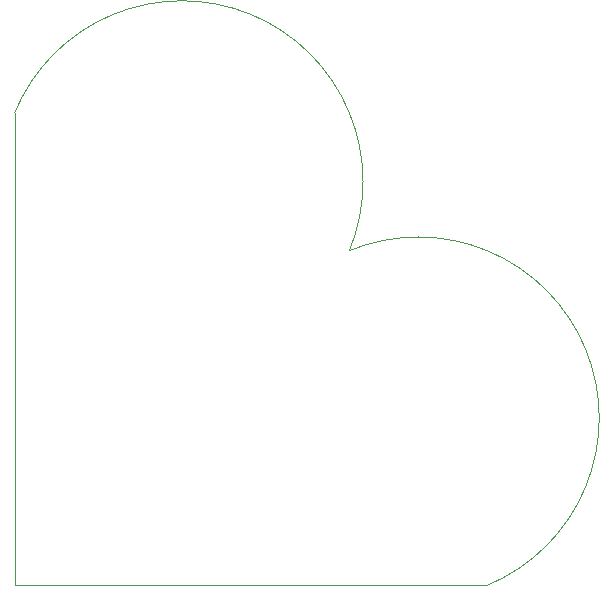
<source format=gm1>
%TF.GenerationSoftware,KiCad,Pcbnew,8.0.4*%
%TF.CreationDate,2024-08-07T01:10:06-04:00*%
%TF.ProjectId,heart-sao,68656172-742d-4736-916f-2e6b69636164,rev?*%
%TF.SameCoordinates,Original*%
%TF.FileFunction,Profile,NP*%
%FSLAX46Y46*%
G04 Gerber Fmt 4.6, Leading zero omitted, Abs format (unit mm)*
G04 Created by KiCad (PCBNEW 8.0.4) date 2024-08-07 01:10:06*
%MOMM*%
%LPD*%
G01*
G04 APERTURE LIST*
%TA.AperFunction,Profile*%
%ADD10C,0.050000*%
%TD*%
G04 APERTURE END LIST*
D10*
X123751092Y-129753659D02*
X123751092Y-89753859D01*
X152100990Y-101403760D02*
G75*
G02*
X163750902Y-129753684I5825010J-14174940D01*
G01*
X123751091Y-89753859D02*
G75*
G02*
X152100987Y-101403757I14175009J-5824801D01*
G01*
X163750892Y-129753659D02*
X123751092Y-129753659D01*
M02*

</source>
